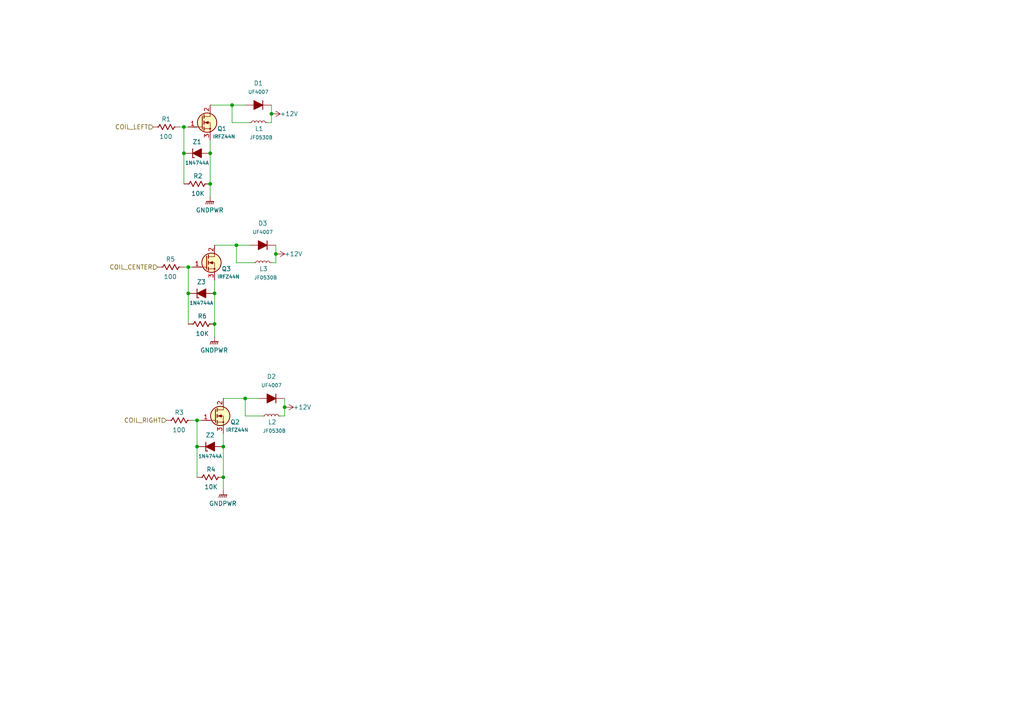
<source format=kicad_sch>
(kicad_sch (version 20250114) (generator "eeschema") (generator_version "9.0")
  (paper "A4")
  (lib_symbols
    (symbol "PCM_Diode_AKL:UF4007" (pin_numbers (hide yes)) (pin_names (offset 1.016) (hide yes))
      (property "Reference" "D" (at 0 5.08 0))
      (property "Value" "UF4007" (at 0 2.54 0))
      (symbol "UF4007_0_1"
        (polyline (pts (xy -1.27 1.27) (xy -1.27 -1.27) (xy 1.27 0) (xy -1.27 1.27)) (stroke (width 0.254)) (fill (type outline)))
        (polyline (pts (xy -1.27 0) (xy 1.27 0)))
        (polyline (pts (xy 1.27 1.27) (xy 1.27 -1.27)) (stroke (width 0.254)))
      )
      (symbol "UF4007_0_2"
        (polyline (pts (xy -2.54 -2.54) (xy 2.54 2.54)))
        (polyline (pts (xy -0.889 -0.889) (xy -1.778 0) (xy 0.889 0.889) (xy 0 -1.778) (xy -0.889 -0.889)) (stroke (width 0.254)) (fill (type outline)))
        (polyline (pts (xy 0 1.778) (xy 1.778 0)) (stroke (width 0.254)))
      )
      (symbol "UF4007_1_1"
        (pin passive line (at -3.81 0 0) (length 2.54) (name "A") (number "2"))
        (pin passive line (at 3.81 0 180) (length 2.54) (name "K") (number "1"))
      )
      (symbol "UF4007_1_2"
        (pin passive line (at -2.54 -2.54 0) (length 0) (name "A") (number "2"))
        (pin passive line (at 2.54 2.54 180) (length 0) (name "K") (number "1"))
      )
    )
    (symbol "PCM_Diode_Zener_AKL:1N4744A" (pin_numbers (hide yes)) (pin_names (offset 1.016) (hide yes))
      (property "Reference" "DZ" (at 0 7.62 0))
      (property "Value" "1N4744A" (at 0 5.08 0))
      (symbol "1N4744A_0_1"
        (polyline (pts (xy -1.27 0) (xy 1.27 0)))
        (polyline (pts (xy -1.27 -1.27) (xy -1.27 1.27) (xy 1.27 0) (xy -1.27 -1.27)) (stroke (width 0.254)) (fill (type outline)))
        (polyline (pts (xy 1.27 1.27) (xy 0.762 1.27)) (stroke (width 0.254)))
        (polyline (pts (xy 1.27 1.27) (xy 1.27 -1.27)) (stroke (width 0.254)))
      )
      (symbol "1N4744A_0_2"
        (polyline (pts (xy -2.54 -2.54) (xy 2.54 2.54)))
        (polyline (pts (xy -0.889 -0.889) (xy -1.778 0) (xy 0.889 0.889) (xy 0 -1.778) (xy -0.889 -0.889)) (stroke (width 0.254)) (fill (type outline)))
        (polyline (pts (xy 0 1.778) (xy -0.381 1.397)) (stroke (width 0.254)))
        (polyline (pts (xy 0 1.778) (xy 1.778 0)) (stroke (width 0.254)))
      )
      (symbol "1N4744A_1_1"
        (pin passive line (at -3.81 0 0) (length 2.54) (name "A") (number "2"))
        (pin passive line (at 3.81 0 180) (length 2.54) (name "K") (number "1"))
      )
      (symbol "1N4744A_1_2"
        (pin passive line (at -2.54 -2.54 0) (length 0) (name "A") (number "2"))
        (pin passive line (at 2.54 2.54 180) (length 0) (name "K") (number "1"))
      )
    )
    (symbol "PCM_Resistor_US_AKL:R_DIN0207_P7.62mm" (pin_numbers (hide yes)) (pin_names (offset 0))
      (property "Reference" "R" (at 2.54 1.27 0))
      (property "Value" "R_DIN0207_P7.62mm" (at 2.54 -1.27 0))
      (symbol "R_DIN0207_P7.62mm_0_1"
        (polyline (pts (xy 0 2.286) (xy 0 2.54)) (stroke (width 0.254)))
        (polyline (pts (xy 0 2.286) (xy 0.762 1.905) (xy -0.762 1.143) (xy 0 0.762) (xy 0.762 0.381) (xy 0 0) (xy -0.762 -0.381) (xy 0 -0.762) (xy 0.762 -1.143) (xy 0 -1.524) (xy -0.762 -1.905) (xy 0 -2.286)) (stroke (width 0.254)))
        (polyline (pts (xy 0 -2.286) (xy 0 -2.54)) (stroke (width 0.254)))
      )
      (symbol "R_DIN0207_P7.62mm_0_2"
        (polyline (pts (xy -2.54 -2.54) (xy -1.778 -1.778)))
        (polyline (pts (xy -1.778 -1.778) (xy -1.524 -1.524)) (stroke (width 0.254)))
        (polyline (pts (xy -1.524 -1.524) (xy -1.778 -0.762) (xy -1.016 -1.016)) (stroke (width 0.254)))
        (polyline (pts (xy -0.508 -0.508) (xy -0.762 0.254) (xy 0 0)) (stroke (width 0.254)))
        (polyline (pts (xy -0.508 -0.508) (xy -0.254 -1.27) (xy -1.016 -1.016)) (stroke (width 0.254)))
        (polyline (pts (xy 0.508 0.508) (xy 0.254 1.27) (xy 1.016 1.016)) (stroke (width 0.254)))
        (polyline (pts (xy 0.508 0.508) (xy 0.762 -0.254) (xy 0 0)) (stroke (width 0.254)))
        (polyline (pts (xy 1.524 1.524) (xy 1.778 0.762) (xy 1.016 1.016)) (stroke (width 0.254)))
        (polyline (pts (xy 1.778 1.778) (xy 1.524 1.524)) (stroke (width 0.254)))
        (polyline (pts (xy 1.778 1.778) (xy 2.54 2.54)))
      )
      (symbol "R_DIN0207_P7.62mm_1_1"
        (pin passive line (at 0 3.81 270) (length 1.27) (name "~") (number "1"))
        (pin passive line (at 0 -3.81 90) (length 1.27) (name "~") (number "2"))
      )
      (symbol "R_DIN0207_P7.62mm_1_2"
        (pin passive line (at -2.54 -2.54 0) (length 0) (name "") (number "2"))
        (pin passive line (at 2.54 2.54 180) (length 0) (name "") (number "1"))
      )
    )
    (symbol "PCM_Transistor_MOSFET_AKL:IRFZ44N" (pin_names (hide yes))
      (property "Reference" "Q" (at 5.08 1.27 0))
      (property "Value" "IRFZ44N" (at 5.08 -1.27 0))
      (symbol "IRFZ44N_0_1"
        (polyline (pts (xy 0.254 1.905) (xy 0.254 -1.905)) (stroke (width 0.254)))
        (polyline (pts (xy 0.254 -1.27) (xy -2.54 -1.27)))
        (polyline (pts (xy 0.762 2.286) (xy 0.762 1.27)) (stroke (width 0.254)))
        (polyline (pts (xy 0.762 0.508) (xy 0.762 -0.508)) (stroke (width 0.254)))
        (polyline (pts (xy 0.762 -1.27) (xy 0.762 -2.286)) (stroke (width 0.254)))
        (polyline (pts (xy 0.762 -1.778) (xy 2.54 -1.778)))
        (polyline (pts (xy 1.016 0) (xy 2.032 0.381) (xy 2.032 -0.381) (xy 1.016 0)) (fill (type outline)))
        (circle (center 1.651 0) (radius 2.794) (stroke (width 0.254)) (fill (type background)))
        (polyline (pts (xy 2.54 2.54) (xy 2.54 1.778)))
        (polyline (pts (xy 2.54 1.778) (xy 0.762 1.778)))
        (circle (center 2.54 -1.778) (radius 0.1778) (fill (type outline)))
        (polyline (pts (xy 2.54 -2.54) (xy 2.54 0) (xy 0.762 0)))
      )
      (symbol "IRFZ44N_1_1"
        (pin input line (at -3.81 -1.27 0) (length 2.54) (name "G") (number "1"))
        (pin passive line (at 2.54 5.08 270) (length 2.54) (name "D") (number "2"))
        (pin passive line (at 2.54 -5.08 90) (length 2.54) (name "S") (number "3"))
      )
    )
    (symbol "Pinball-Custom-Components:JF-0530B" (pin_numbers (hide yes)) (pin_names (offset 1.016) (hide yes))
      (property "Reference" "L" (at 0 2.54 0))
      (property "Value" "12V" (at 0 -1.27 0))
      (property "Current" "300mA" (at 0 -3.81 0))
      (symbol "JF-0530B_0_1"
        (arc (start -2.032 0) (mid -1.524 0.5058) (end -1.016 0))
        (arc (start -1.016 0) (mid -0.508 0.5058) (end 0 0))
        (arc (start 0 0) (mid 0.508 0.5058) (end 1.016 0))
        (arc (start 1.016 0) (mid 1.524 0.5058) (end 2.032 0))
      )
      (symbol "JF-0530B_1_1"
        (pin passive line (at -2.54 0 0) (length 0.508) (name "~") (number "1"))
        (pin passive line (at 2.54 0 180) (length 0.508) (name "~") (number "2"))
      )
    )
    (symbol "power:+12V" (power) (pin_numbers (hide yes)) (pin_names (offset 0) (hide yes))
      (property "Value" "+12V" (at 0 3.556 0))
      (symbol "+12V_0_1"
        (polyline (pts (xy -0.762 1.27) (xy 0 2.54)))
        (polyline (pts (xy 0 2.54) (xy 0.762 1.27)))
        (polyline (pts (xy 0 0) (xy 0 2.54)))
      )
      (symbol "+12V_1_1"
        (pin power_in line (at 0 0 90) (length 0) (name "~") (number "1"))
      )
    )
    (symbol "power:GNDPWR" (power) (pin_numbers (hide yes)) (pin_names (offset 0) (hide yes))
      (property "Value" "GNDPWR" (at 0 -3.302 0))
      (symbol "GNDPWR_0_1"
        (polyline (pts (xy -1.016 -1.27) (xy -1.27 -2.032) (xy -1.27 -2.032)) (stroke (width 0.2032)))
        (polyline (pts (xy -0.508 -1.27) (xy -0.762 -2.032) (xy -0.762 -2.032)) (stroke (width 0.2032)))
        (polyline (pts (xy 0 -1.27) (xy 0 0)))
        (polyline (pts (xy 0 -1.27) (xy -0.254 -2.032) (xy -0.254 -2.032)) (stroke (width 0.2032)))
        (polyline (pts (xy 0.508 -1.27) (xy 0.254 -2.032) (xy 0.254 -2.032)) (stroke (width 0.2032)))
        (polyline (pts (xy 1.016 -1.27) (xy -1.016 -1.27) (xy -1.016 -1.27)) (stroke (width 0.2032)))
        (polyline (pts (xy 1.016 -1.27) (xy 0.762 -2.032) (xy 0.762 -2.032) (xy 0.762 -2.032)) (stroke (width 0.2032)))
      )
      (symbol "GNDPWR_1_1"
        (pin power_in line (at 0 0 270) (length 0) (name "~") (number "1"))
      )
    )
  )
  (junction (at 82.55 118.11))
  (junction (at 80.01 73.66))
  (junction (at 67.31 30.48))
  (junction (at 57.15 129.54))
  (junction (at 60.96 44.45))
  (junction (at 60.96 53.34))
  (junction (at 64.77 138.43))
  (junction (at 62.23 93.98))
  (junction (at 57.15 121.92))
  (junction (at 68.58 71.12))
  (junction (at 71.12 115.57))
  (junction (at 54.61 85.09))
  (junction (at 64.77 129.54))
  (junction (at 54.61 77.47))
  (junction (at 78.74 33.02))
  (junction (at 53.34 44.45))
  (junction (at 62.23 85.09))
  (junction (at 53.34 36.83))
  (wire (pts (xy 71.12 115.57) (xy 74.93 115.57)))
  (wire (pts (xy 80.01 71.12) (xy 80.01 73.66)))
  (wire (pts (xy 67.31 30.48) (xy 71.12 30.48)))
  (wire (pts (xy 53.34 36.83) (xy 53.34 44.45)))
  (wire (pts (xy 64.77 129.54) (xy 64.77 138.43)))
  (wire (pts (xy 80.01 73.66) (xy 80.01 76.2)))
  (wire (pts (xy 54.61 77.47) (xy 55.88 77.47)))
  (wire (pts (xy 53.34 44.45) (xy 53.34 53.34)))
  (wire (pts (xy 54.61 85.09) (xy 54.61 93.98)))
  (wire (pts (xy 67.31 35.56) (xy 72.39 35.56)))
  (wire (pts (xy 62.23 71.12) (xy 68.58 71.12)))
  (wire (pts (xy 62.23 93.98) (xy 62.23 97.79)))
  (wire (pts (xy 57.15 121.92) (xy 57.15 129.54)))
  (wire (pts (xy 78.74 33.02) (xy 78.74 35.56)))
  (wire (pts (xy 54.61 77.47) (xy 54.61 85.09)))
  (wire (pts (xy 68.58 71.12) (xy 68.58 76.2)))
  (wire (pts (xy 78.74 30.48) (xy 78.74 33.02)))
  (wire (pts (xy 64.77 125.73) (xy 64.77 129.54)))
  (wire (pts (xy 81.28 120.65) (xy 82.55 120.65)))
  (wire (pts (xy 68.58 71.12) (xy 72.39 71.12)))
  (wire (pts (xy 60.96 53.34) (xy 60.96 57.15)))
  (wire (pts (xy 57.15 121.92) (xy 58.42 121.92)))
  (wire (pts (xy 53.34 77.47) (xy 54.61 77.47)))
  (wire (pts (xy 78.74 76.2) (xy 80.01 76.2)))
  (wire (pts (xy 60.96 44.45) (xy 60.96 53.34)))
  (wire (pts (xy 62.23 81.28) (xy 62.23 85.09)))
  (wire (pts (xy 71.12 115.57) (xy 71.12 120.65)))
  (wire (pts (xy 82.55 115.57) (xy 82.55 118.11)))
  (wire (pts (xy 60.96 40.64) (xy 60.96 44.45)))
  (wire (pts (xy 57.15 129.54) (xy 57.15 138.43)))
  (wire (pts (xy 60.96 30.48) (xy 67.31 30.48)))
  (wire (pts (xy 71.12 120.65) (xy 76.2 120.65)))
  (wire (pts (xy 64.77 115.57) (xy 71.12 115.57)))
  (wire (pts (xy 53.34 36.83) (xy 54.61 36.83)))
  (wire (pts (xy 77.47 35.56) (xy 78.74 35.56)))
  (wire (pts (xy 52.07 36.83) (xy 53.34 36.83)))
  (wire (pts (xy 64.77 138.43) (xy 64.77 142.24)))
  (wire (pts (xy 82.55 118.11) (xy 82.55 120.65)))
  (wire (pts (xy 62.23 85.09) (xy 62.23 93.98)))
  (wire (pts (xy 55.88 121.92) (xy 57.15 121.92)))
  (wire (pts (xy 67.31 30.48) (xy 67.31 35.56)))
  (wire (pts (xy 68.58 76.2) (xy 73.66 76.2)))
  (hierarchical_label "COIL_CENTER" (shape input) (at 45.72 77.47 180))
  (hierarchical_label "COIL_LEFT" (shape input) (at 44.45 36.83 180))
  (hierarchical_label "COIL_RIGHT" (shape input) (at 48.26 121.92 180))
  (symbol (lib_id "Pinball-Custom-Components:JF-0530B") (at 76.2 76.2 0) (unit 1)
    (property "Reference" "L3" (at 75.184 77.978 0) (effects (justify left)))
    (property "Value" "JF0530B" (at 73.66 80.518 0) (effects (font (size 1.016 1.016)) (justify left)))
    (property "Footprint" "Connector_JST:JST_XH_B2B-XH-AM_1x02_P2.50mm_Vertical" (effects (hide yes)))
    (property "Datasheet" "https://www.hobbytronics.co.za/Content/external/1274/D2512640695.pdf" (effects (hide yes)))
    (property "Description" "Inductor" (effects (hide yes)))
    (property "Current" "300mA" (effects (hide yes)))
  )
  (symbol (lib_id "power:+12V") (at 80.01 73.66 270) (mirror x) (unit 1)
    (property "Reference" "#PWR013" (effects (hide yes)))
    (property "Value" "+12V" (at 85.09 73.66 90))
    (property "Description" "Power symbol creates a global label with name \"+12V\"" (effects (hide yes)))
  )
  (symbol (lib_id "PCM_Transistor_MOSFET_AKL:IRFZ44N") (at 59.69 76.2 0) (unit 1)
    (property "Reference" "Q3" (at 64.262 77.978 0) (effects (justify left)))
    (property "Value" "IRFZ44N" (at 62.992 80.264 0) (effects (font (size 1.016 1.016)) (justify left)))
    (property "Footprint" "PCM_Package_TO_SOT_THT_AKL:TO-220-3_Vertical_GDS" (effects (hide yes)))
    (property "Datasheet" "https://www.tme.eu/Document/057c54506cb7c07cd36d9e96d4a41c5b/irfz44n.pdf" (effects (hide yes)))
    (property "Description" "TO-220 N-MOSFET enchancement mode transistor, 55V, 49A, 94W, Alternate KiCAD Library" (effects (hide yes)))
  )
  (symbol (lib_id "Pinball-Custom-Components:JF-0530B") (at 74.93 35.56 0) (unit 1)
    (property "Reference" "L1" (at 73.914 37.338 0) (effects (justify left)))
    (property "Value" "JF0530B" (at 72.39 39.878 0) (effects (font (size 1.016 1.016)) (justify left)))
    (property "Footprint" "Connector_JST:JST_XH_B2B-XH-AM_1x02_P2.50mm_Vertical" (effects (hide yes)))
    (property "Datasheet" "https://www.hobbytronics.co.za/Content/external/1274/D2512640695.pdf" (effects (hide yes)))
    (property "Description" "Inductor" (effects (hide yes)))
    (property "Current" "300mA" (effects (hide yes)))
  )
  (symbol (lib_id "PCM_Resistor_US_AKL:R_DIN0207_P7.62mm") (at 49.53 77.47 90) (unit 1)
    (property "Reference" "R5" (at 50.8 75.184 90) (effects (justify left)))
    (property "Value" "100" (at 51.308 80.264 90) (effects (justify left)))
    (property "Footprint" "PCM_Resistor_THT_US_AKL:R_Axial_DIN0207_L6.3mm_D2.5mm_P7.62mm_Horizontal" (effects (hide yes)))
    (property "Description" "THT 0207 Resistor, 7.62mm Pin Pitch, US Symbol, Alternate KiCad Library" (effects (hide yes)))
  )
  (symbol (lib_id "PCM_Resistor_US_AKL:R_DIN0207_P7.62mm") (at 58.42 93.98 90) (unit 1)
    (property "Reference" "R6" (at 58.674 91.694 90))
    (property "Value" "10K" (at 58.674 96.774 90))
    (property "Footprint" "PCM_Resistor_THT_US_AKL:R_Axial_DIN0207_L6.3mm_D2.5mm_P7.62mm_Horizontal" (effects (hide yes)))
    (property "Description" "THT 0207 Resistor, 7.62mm Pin Pitch, US Symbol, Alternate KiCad Library" (effects (hide yes)))
  )
  (symbol (lib_id "PCM_Resistor_US_AKL:R_DIN0207_P7.62mm") (at 60.96 138.43 90) (unit 1)
    (property "Reference" "R4" (at 61.214 136.144 90))
    (property "Value" "10K" (at 61.214 141.224 90))
    (property "Footprint" "PCM_Resistor_THT_US_AKL:R_Axial_DIN0207_L6.3mm_D2.5mm_P7.62mm_Horizontal" (effects (hide yes)))
    (property "Description" "THT 0207 Resistor, 7.62mm Pin Pitch, US Symbol, Alternate KiCad Library" (effects (hide yes)))
  )
  (symbol (lib_id "power:+12V") (at 78.74 33.02 270) (mirror x) (unit 1)
    (property "Reference" "#PWR09" (effects (hide yes)))
    (property "Value" "+12V" (at 83.82 33.02 90))
    (property "Description" "Power symbol creates a global label with name \"+12V\"" (effects (hide yes)))
  )
  (symbol (lib_id "PCM_Resistor_US_AKL:R_DIN0207_P7.62mm") (at 57.15 53.34 90) (unit 1)
    (property "Reference" "R2" (at 57.404 51.054 90))
    (property "Value" "10K" (at 57.404 56.134 90))
    (property "Footprint" "PCM_Resistor_THT_US_AKL:R_Axial_DIN0207_L6.3mm_D2.5mm_P7.62mm_Horizontal" (effects (hide yes)))
    (property "Description" "THT 0207 Resistor, 7.62mm Pin Pitch, US Symbol, Alternate KiCad Library" (effects (hide yes)))
  )
  (symbol (lib_id "PCM_Resistor_US_AKL:R_DIN0207_P7.62mm") (at 52.07 121.92 90) (unit 1)
    (property "Reference" "R3" (at 53.34 119.634 90) (effects (justify left)))
    (property "Value" "100" (at 53.848 124.714 90) (effects (justify left)))
    (property "Footprint" "PCM_Resistor_THT_US_AKL:R_Axial_DIN0207_L6.3mm_D2.5mm_P7.62mm_Horizontal" (effects (hide yes)))
    (property "Description" "THT 0207 Resistor, 7.62mm Pin Pitch, US Symbol, Alternate KiCad Library" (effects (hide yes)))
  )
  (symbol (lib_id "power:GNDPWR") (at 60.96 57.15 0) (unit 1)
    (property "Reference" "#PWR08" (effects (hide yes)))
    (property "Value" "GNDPWR" (at 60.833 60.96 0))
    (property "Description" "Power symbol creates a global label with name \"GNDPWR\" , global ground" (effects (hide yes)))
  )
  (symbol (lib_id "power:GNDPWR") (at 64.77 142.24 0) (unit 1)
    (property "Reference" "#PWR010" (effects (hide yes)))
    (property "Value" "GNDPWR" (at 64.643 146.05 0))
    (property "Description" "Power symbol creates a global label with name \"GNDPWR\" , global ground" (effects (hide yes)))
  )
  (symbol (lib_id "PCM_Diode_Zener_AKL:1N4744A") (at 60.96 129.54 180) (unit 1)
    (property "Reference" "Z2" (at 60.96 126.238 0))
    (property "Value" "1N4744A" (at 60.96 132.334 0) (effects (font (size 1.016 1.016))))
    (property "Footprint" "PCM_Diode_THT_AKL:D_DO-41_SOD81_P10.16mm_Horizontal_Zener" (effects (hide yes)))
    (property "Datasheet" "https://www.tme.eu/Document/0ec771a1264cb7f2aef89c89242989dc/1N47xxA.PDF" (effects (hide yes)))
    (property "Description" "DO-41 Zener diode, 15V, 1W, Alternate KiCAD Library" (effects (hide yes)))
  )
  (symbol (lib_id "PCM_Diode_AKL:UF4007") (at 78.74 115.57 0) (unit 1)
    (property "Reference" "D2" (at 78.74 109.22 0))
    (property "Value" "UF4007" (at 78.74 111.76 0) (effects (font (size 1.016 1.016))))
    (property "Footprint" "PCM_Diode_THT_AKL:D_DO-41_SOD81_P10.16mm_Horizontal" (effects (hide yes)))
    (property "Datasheet" "https://www.tme.eu/Document/21b076f52097b84d01d00a07072ed50d/uf4001.pdf" (effects (hide yes)))
    (property "Description" "DO-41 Diode, Ultrafast Rectifier, 1000V, 1A, 75ns, Alternate KiCad Library" (effects (hide yes)))
  )
  (symbol (lib_id "PCM_Diode_Zener_AKL:1N4744A") (at 57.15 44.45 180) (unit 1)
    (property "Reference" "Z1" (at 57.15 41.148 0))
    (property "Value" "1N4744A" (at 57.15 47.244 0) (effects (font (size 1.016 1.016))))
    (property "Footprint" "PCM_Diode_THT_AKL:D_DO-41_SOD81_P10.16mm_Horizontal_Zener" (effects (hide yes)))
    (property "Datasheet" "https://www.tme.eu/Document/0ec771a1264cb7f2aef89c89242989dc/1N47xxA.PDF" (effects (hide yes)))
    (property "Description" "DO-41 Zener diode, 15V, 1W, Alternate KiCAD Library" (effects (hide yes)))
  )
  (symbol (lib_id "power:GNDPWR") (at 62.23 97.79 0) (unit 1)
    (property "Reference" "#PWR012" (effects (hide yes)))
    (property "Value" "GNDPWR" (at 62.103 101.6 0))
    (property "Description" "Power symbol creates a global label with name \"GNDPWR\" , global ground" (effects (hide yes)))
  )
  (symbol (lib_id "power:+12V") (at 82.55 118.11 270) (mirror x) (unit 1)
    (property "Reference" "#PWR011" (effects (hide yes)))
    (property "Value" "+12V" (at 87.63 118.11 90))
    (property "Description" "Power symbol creates a global label with name \"+12V\"" (effects (hide yes)))
  )
  (symbol (lib_id "PCM_Diode_Zener_AKL:1N4744A") (at 58.42 85.09 180) (unit 1)
    (property "Reference" "Z3" (at 58.42 81.788 0))
    (property "Value" "1N4744A" (at 58.42 87.884 0) (effects (font (size 1.016 1.016))))
    (property "Footprint" "PCM_Diode_THT_AKL:D_DO-41_SOD81_P10.16mm_Horizontal_Zener" (effects (hide yes)))
    (property "Datasheet" "https://www.tme.eu/Document/0ec771a1264cb7f2aef89c89242989dc/1N47xxA.PDF" (effects (hide yes)))
    (property "Description" "DO-41 Zener diode, 15V, 1W, Alternate KiCAD Library" (effects (hide yes)))
  )
  (symbol (lib_id "PCM_Transistor_MOSFET_AKL:IRFZ44N") (at 58.42 35.56 0) (unit 1)
    (property "Reference" "Q1" (at 62.992 37.338 0) (effects (justify left)))
    (property "Value" "IRFZ44N" (at 61.722 39.624 0) (effects (font (size 1.016 1.016)) (justify left)))
    (property "Footprint" "PCM_Package_TO_SOT_THT_AKL:TO-220-3_Vertical_GDS" (effects (hide yes)))
    (property "Datasheet" "https://www.tme.eu/Document/057c54506cb7c07cd36d9e96d4a41c5b/irfz44n.pdf" (effects (hide yes)))
    (property "Description" "TO-220 N-MOSFET enchancement mode transistor, 55V, 49A, 94W, Alternate KiCAD Library" (effects (hide yes)))
  )
  (symbol (lib_id "PCM_Transistor_MOSFET_AKL:IRFZ44N") (at 62.23 120.65 0) (unit 1)
    (property "Reference" "Q2" (at 66.802 122.428 0) (effects (justify left)))
    (property "Value" "IRFZ44N" (at 65.532 124.714 0) (effects (font (size 1.016 1.016)) (justify left)))
    (property "Footprint" "PCM_Package_TO_SOT_THT_AKL:TO-220-3_Vertical_GDS" (effects (hide yes)))
    (property "Datasheet" "https://www.tme.eu/Document/057c54506cb7c07cd36d9e96d4a41c5b/irfz44n.pdf" (effects (hide yes)))
    (property "Description" "TO-220 N-MOSFET enchancement mode transistor, 55V, 49A, 94W, Alternate KiCAD Library" (effects (hide yes)))
  )
  (symbol (lib_id "Pinball-Custom-Components:JF-0530B") (at 78.74 120.65 0) (unit 1)
    (property "Reference" "L2" (at 77.724 122.428 0) (effects (justify left)))
    (property "Value" "JF0530B" (at 76.2 124.968 0) (effects (font (size 1.016 1.016)) (justify left)))
    (property "Footprint" "Connector_JST:JST_XH_B2B-XH-AM_1x02_P2.50mm_Vertical" (effects (hide yes)))
    (property "Datasheet" "https://www.hobbytronics.co.za/Content/external/1274/D2512640695.pdf" (effects (hide yes)))
    (property "Description" "Inductor" (effects (hide yes)))
    (property "Current" "300mA" (effects (hide yes)))
  )
  (symbol (lib_id "PCM_Diode_AKL:UF4007") (at 76.2 71.12 0) (unit 1)
    (property "Reference" "D3" (at 76.2 64.77 0))
    (property "Value" "UF4007" (at 76.2 67.31 0) (effects (font (size 1.016 1.016))))
    (property "Footprint" "PCM_Diode_THT_AKL:D_DO-41_SOD81_P10.16mm_Horizontal" (effects (hide yes)))
    (property "Datasheet" "https://www.tme.eu/Document/21b076f52097b84d01d00a07072ed50d/uf4001.pdf" (effects (hide yes)))
    (property "Description" "DO-41 Diode, Ultrafast Rectifier, 1000V, 1A, 75ns, Alternate KiCad Library" (effects (hide yes)))
  )
  (symbol (lib_id "PCM_Diode_AKL:UF4007") (at 74.93 30.48 0) (unit 1)
    (property "Reference" "D1" (at 74.93 24.13 0))
    (property "Value" "UF4007" (at 74.93 26.67 0) (effects (font (size 1.016 1.016))))
    (property "Footprint" "PCM_Diode_THT_AKL:D_DO-41_SOD81_P10.16mm_Horizontal" (effects (hide yes)))
    (property "Datasheet" "https://www.tme.eu/Document/21b076f52097b84d01d00a07072ed50d/uf4001.pdf" (effects (hide yes)))
    (property "Description" "DO-41 Diode, Ultrafast Rectifier, 1000V, 1A, 75ns, Alternate KiCad Library" (effects (hide yes)))
  )
  (symbol (lib_id "PCM_Resistor_US_AKL:R_DIN0207_P7.62mm") (at 48.26 36.83 90) (unit 1)
    (property "Reference" "R1" (at 49.53 34.544 90) (effects (justify left)))
    (property "Value" "100" (at 50.038 39.624 90) (effects (justify left)))
    (property "Footprint" "PCM_Resistor_THT_US_AKL:R_Axial_DIN0207_L6.3mm_D2.5mm_P7.62mm_Horizontal" (effects (hide yes)))
    (property "Description" "THT 0207 Resistor, 7.62mm Pin Pitch, US Symbol, Alternate KiCad Library" (effects (hide yes)))
  )
)
</source>
